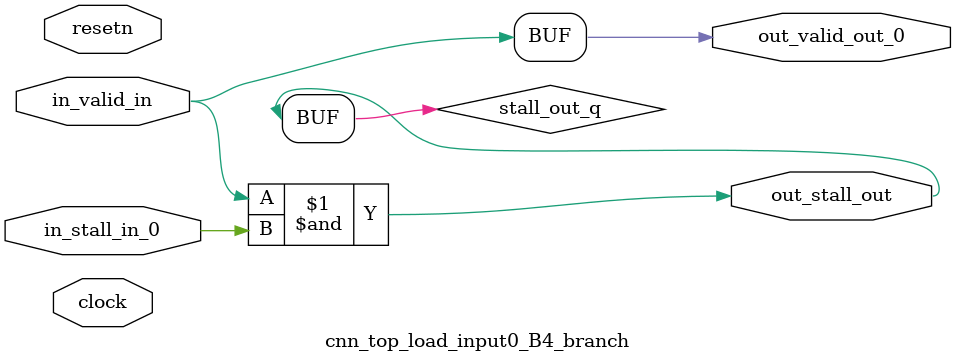
<source format=sv>



(* altera_attribute = "-name AUTO_SHIFT_REGISTER_RECOGNITION OFF; -name MESSAGE_DISABLE 10036; -name MESSAGE_DISABLE 10037; -name MESSAGE_DISABLE 14130; -name MESSAGE_DISABLE 14320; -name MESSAGE_DISABLE 15400; -name MESSAGE_DISABLE 14130; -name MESSAGE_DISABLE 10036; -name MESSAGE_DISABLE 12020; -name MESSAGE_DISABLE 12030; -name MESSAGE_DISABLE 12010; -name MESSAGE_DISABLE 12110; -name MESSAGE_DISABLE 14320; -name MESSAGE_DISABLE 13410; -name MESSAGE_DISABLE 113007; -name MESSAGE_DISABLE 10958" *)
module cnn_top_load_input0_B4_branch (
    input wire [0:0] in_stall_in_0,
    input wire [0:0] in_valid_in,
    output wire [0:0] out_stall_out,
    output wire [0:0] out_valid_out_0,
    input wire clock,
    input wire resetn
    );

    wire [0:0] stall_out_q;


    // stall_out(LOGICAL,6)
    assign stall_out_q = in_valid_in & in_stall_in_0;

    // out_stall_out(GPOUT,4)
    assign out_stall_out = stall_out_q;

    // out_valid_out_0(GPOUT,5)
    assign out_valid_out_0 = in_valid_in;

endmodule

</source>
